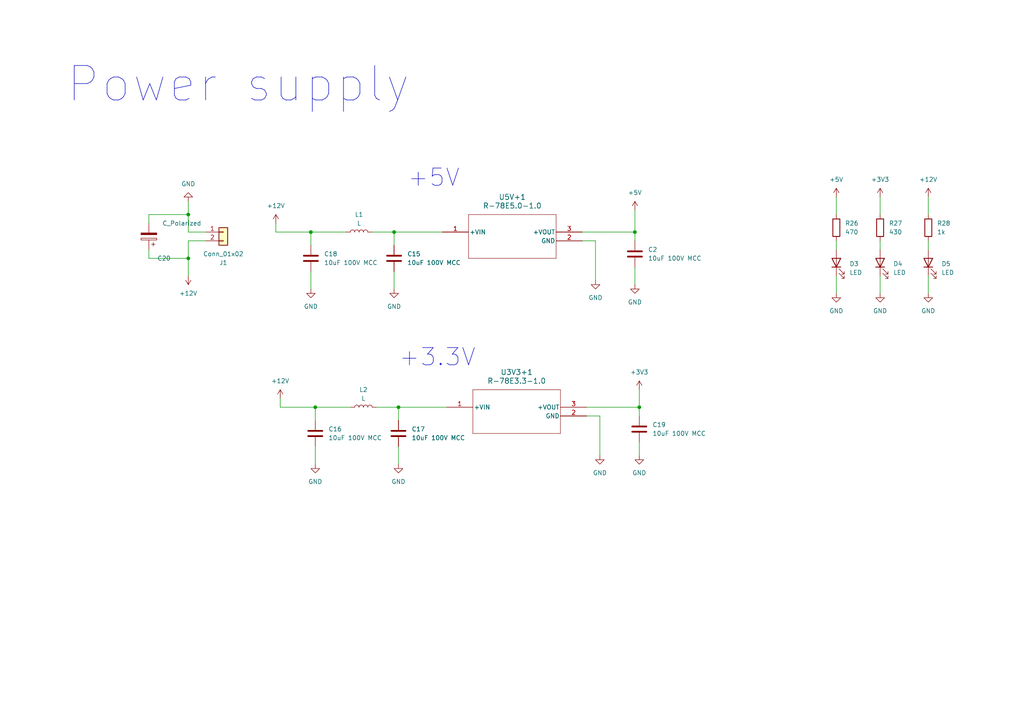
<source format=kicad_sch>
(kicad_sch (version 20230121) (generator eeschema)
  (paper "A4")
  (lib_symbols
    (symbol "2023-12-09_09-27-24:R-78E5.0-1.0" (pin_names (offset 0.254))
      (property "Reference" "U" (at 20.32 10.16 0))
      (property "Value" "R-78E5.0-1.0" (at 20.32 7.62 0))
      (symbol "R-78E5.0-1.0_0_1"
        (polyline (pts (xy 7.62 -7.62) (xy 33.02 -7.62)) (stroke (width 0.127)))
        (polyline (pts (xy 7.62 5.08) (xy 7.62 -7.62)) (stroke (width 0.127)))
        (polyline (pts (xy 33.02 -7.62) (xy 33.02 5.08)) (stroke (width 0.127)))
        (polyline (pts (xy 33.02 5.08) (xy 7.62 5.08)) (stroke (width 0.127)))
        (pin power_in line (at 0 0 0) (length 7.62) (name "+VIN") (number "1"))
        (pin power_out line (at 40.64 -2.54 180) (length 7.62) (name "GND") (number "2"))
        (pin output line (at 40.64 0 180) (length 7.62) (name "+VOUT") (number "3"))
      )
    )
    (symbol "Connector_Generic:Conn_01x02" (pin_names (offset 1.016) hide)
      (property "Reference" "J" (at 0 2.54 0))
      (property "Value" "Conn_01x02" (at 0 -5.08 0))
      (symbol "Conn_01x02_1_1"
        (rectangle (start -1.27 -2.413) (end 0 -2.667) (stroke (width 0.1524)))
        (rectangle (start -1.27 0.127) (end 0 -0.127) (stroke (width 0.1524)))
        (rectangle (start -1.27 1.27) (end 1.27 -3.81) (stroke (width 0.254)) (fill (type background)))
        (pin passive line (at -5.08 0 0) (length 3.81) (name "Pin_1") (number "1"))
        (pin passive line (at -5.08 -2.54 0) (length 3.81) (name "Pin_2") (number "2"))
      )
    )
    (symbol "Device:C" (pin_numbers hide) (pin_names (offset 0.254))
      (property "Reference" "C" (at 0.635 2.54 0))
      (property "Value" "C" (at 0.635 -2.54 0))
      (symbol "C_0_1"
        (polyline (pts (xy -2.032 -0.762) (xy 2.032 -0.762)) (stroke (width 0.508)))
        (polyline (pts (xy -2.032 0.762) (xy 2.032 0.762)) (stroke (width 0.508)))
      )
      (symbol "C_1_1"
        (pin passive line (at 0 3.81 270) (length 2.794) (name "~") (number "1"))
        (pin passive line (at 0 -3.81 90) (length 2.794) (name "~") (number "2"))
      )
    )
    (symbol "Device:C_Polarized" (pin_numbers hide) (pin_names (offset 0.254))
      (property "Reference" "C" (at 0.635 2.54 0))
      (property "Value" "C_Polarized" (at 0.635 -2.54 0))
      (symbol "C_Polarized_0_1"
        (rectangle (start -2.286 0.508) (end 2.286 1.016))
        (polyline (pts (xy -1.778 2.286) (xy -0.762 2.286)))
        (polyline (pts (xy -1.27 2.794) (xy -1.27 1.778)))
        (rectangle (start 2.286 -0.508) (end -2.286 -1.016) (fill (type outline)))
      )
      (symbol "C_Polarized_1_1"
        (pin passive line (at 0 3.81 270) (length 2.794) (name "~") (number "1"))
        (pin passive line (at 0 -3.81 90) (length 2.794) (name "~") (number "2"))
      )
    )
    (symbol "Device:L" (pin_numbers hide) (pin_names (offset 1.016) hide)
      (property "Reference" "L" (at -1.27 0 90))
      (property "Value" "L" (at 1.905 0 90))
      (symbol "L_0_1"
        (arc (start 0 -2.54) (mid 0.6323 -1.905) (end 0 -1.27))
        (arc (start 0 -1.27) (mid 0.6323 -0.635) (end 0 0))
        (arc (start 0 0) (mid 0.6323 0.635) (end 0 1.27))
        (arc (start 0 1.27) (mid 0.6323 1.905) (end 0 2.54))
      )
      (symbol "L_1_1"
        (pin passive line (at 0 3.81 270) (length 1.27) (name "1") (number "1"))
        (pin passive line (at 0 -3.81 90) (length 1.27) (name "2") (number "2"))
      )
    )
    (symbol "Device:LED" (pin_numbers hide) (pin_names (offset 1.016) hide)
      (property "Reference" "D" (at 0 2.54 0))
      (property "Value" "LED" (at 0 -2.54 0))
      (symbol "LED_0_1"
        (polyline (pts (xy -1.27 -1.27) (xy -1.27 1.27)) (stroke (width 0.254)))
        (polyline (pts (xy -1.27 0) (xy 1.27 0)))
        (polyline (pts (xy 1.27 -1.27) (xy 1.27 1.27) (xy -1.27 0) (xy 1.27 -1.27)) (stroke (width 0.254)))
        (polyline (pts (xy -3.048 -0.762) (xy -4.572 -2.286) (xy -3.81 -2.286) (xy -4.572 -2.286) (xy -4.572 -1.524)))
        (polyline (pts (xy -1.778 -0.762) (xy -3.302 -2.286) (xy -2.54 -2.286) (xy -3.302 -2.286) (xy -3.302 -1.524)))
      )
      (symbol "LED_1_1"
        (pin passive line (at -3.81 0 0) (length 2.54) (name "K") (number "1"))
        (pin passive line (at 3.81 0 180) (length 2.54) (name "A") (number "2"))
      )
    )
    (symbol "Device:R" (pin_numbers hide) (pin_names (offset 0))
      (property "Reference" "R" (at 2.032 0 90))
      (property "Value" "R" (at 0 0 90))
      (symbol "R_0_1"
        (rectangle (start -1.016 -2.54) (end 1.016 2.54) (stroke (width 0.254)))
      )
      (symbol "R_1_1"
        (pin passive line (at 0 3.81 270) (length 1.27) (name "~") (number "1"))
        (pin passive line (at 0 -3.81 90) (length 1.27) (name "~") (number "2"))
      )
    )
    (symbol "power:+12V" (power) (pin_names (offset 0))
      (property "Value" "+12V" (at 0 3.556 0))
      (symbol "+12V_0_1"
        (polyline (pts (xy -0.762 1.27) (xy 0 2.54)))
        (polyline (pts (xy 0 0) (xy 0 2.54)))
        (polyline (pts (xy 0 2.54) (xy 0.762 1.27)))
      )
      (symbol "+12V_1_1"
        (pin power_in line (at 0 0 90) (length 0) hide (name "+12V") (number "1"))
      )
    )
    (symbol "power:+3V3" (power) (pin_names (offset 0))
      (property "Value" "+3V3" (at 0 3.556 0))
      (symbol "+3V3_0_1"
        (polyline (pts (xy -0.762 1.27) (xy 0 2.54)))
        (polyline (pts (xy 0 0) (xy 0 2.54)))
        (polyline (pts (xy 0 2.54) (xy 0.762 1.27)))
      )
      (symbol "+3V3_1_1"
        (pin power_in line (at 0 0 90) (length 0) hide (name "+3V3") (number "1"))
      )
    )
    (symbol "power:+5V" (power) (pin_names (offset 0))
      (property "Value" "+5V" (at 0 3.556 0))
      (symbol "+5V_0_1"
        (polyline (pts (xy -0.762 1.27) (xy 0 2.54)))
        (polyline (pts (xy 0 0) (xy 0 2.54)))
        (polyline (pts (xy 0 2.54) (xy 0.762 1.27)))
      )
      (symbol "+5V_1_1"
        (pin power_in line (at 0 0 90) (length 0) hide (name "+5V") (number "1"))
      )
    )
    (symbol "power:GND" (power) (pin_names (offset 0))
      (property "Value" "GND" (at 0 -3.81 0))
      (symbol "GND_0_1"
        (polyline (pts (xy 0 0) (xy 0 -1.27) (xy 1.27 -1.27) (xy 0 -2.54) (xy -1.27 -1.27) (xy 0 -1.27)))
      )
      (symbol "GND_1_1"
        (pin power_in line (at 0 0 270) (length 0) hide (name "GND") (number "1"))
      )
    )
  )
  (junction (at 185.42 118.11))
  (junction (at 114.3 67.31))
  (junction (at 54.61 74.93))
  (junction (at 91.44 118.11))
  (junction (at 54.61 62.23))
  (junction (at 115.57 118.11))
  (junction (at 184.15 67.31))
  (junction (at 90.17 67.31))
  (wire (pts (xy 242.57 80.01) (xy 242.57 85.09)))
  (wire (pts (xy 269.24 80.01) (xy 269.24 85.09)))
  (wire (pts (xy 90.17 71.12) (xy 90.17 67.31)))
  (wire (pts (xy 43.18 62.23) (xy 54.61 62.23)))
  (wire (pts (xy 242.57 57.15) (xy 242.57 62.23)))
  (wire (pts (xy 255.27 80.01) (xy 255.27 85.09)))
  (wire (pts (xy 54.61 58.42) (xy 54.61 62.23)))
  (wire (pts (xy 173.99 120.65) (xy 173.99 132.08)))
  (wire (pts (xy 81.28 118.11) (xy 91.44 118.11)))
  (wire (pts (xy 114.3 67.31) (xy 114.3 71.12)))
  (wire (pts (xy 184.15 67.31) (xy 184.15 69.85)))
  (wire (pts (xy 59.69 67.31) (xy 54.61 67.31)))
  (wire (pts (xy 185.42 118.11) (xy 185.42 120.65)))
  (wire (pts (xy 59.69 69.85) (xy 54.61 69.85)))
  (wire (pts (xy 90.17 78.74) (xy 90.17 83.82)))
  (wire (pts (xy 255.27 69.85) (xy 255.27 72.39)))
  (wire (pts (xy 115.57 118.11) (xy 115.57 121.92)))
  (wire (pts (xy 269.24 57.15) (xy 269.24 62.23)))
  (wire (pts (xy 43.18 72.39) (xy 43.18 74.93)))
  (wire (pts (xy 170.18 118.11) (xy 185.42 118.11)))
  (wire (pts (xy 81.28 115.57) (xy 81.28 118.11)))
  (wire (pts (xy 107.95 67.31) (xy 114.3 67.31)))
  (wire (pts (xy 54.61 69.85) (xy 54.61 74.93)))
  (wire (pts (xy 170.18 120.65) (xy 173.99 120.65)))
  (wire (pts (xy 184.15 77.47) (xy 184.15 82.55)))
  (wire (pts (xy 114.3 78.74) (xy 114.3 83.82)))
  (wire (pts (xy 168.91 69.85) (xy 172.72 69.85)))
  (wire (pts (xy 54.61 74.93) (xy 54.61 80.01)))
  (wire (pts (xy 43.18 74.93) (xy 54.61 74.93)))
  (wire (pts (xy 269.24 69.85) (xy 269.24 72.39)))
  (wire (pts (xy 185.42 128.27) (xy 185.42 132.08)))
  (wire (pts (xy 80.01 67.31) (xy 90.17 67.31)))
  (wire (pts (xy 184.15 67.31) (xy 184.15 60.96)))
  (wire (pts (xy 54.61 62.23) (xy 54.61 67.31)))
  (wire (pts (xy 255.27 57.15) (xy 255.27 62.23)))
  (wire (pts (xy 91.44 129.54) (xy 91.44 134.62)))
  (wire (pts (xy 115.57 118.11) (xy 129.54 118.11)))
  (wire (pts (xy 109.22 118.11) (xy 115.57 118.11)))
  (wire (pts (xy 185.42 113.03) (xy 185.42 118.11)))
  (wire (pts (xy 91.44 118.11) (xy 101.6 118.11)))
  (wire (pts (xy 115.57 129.54) (xy 115.57 134.62)))
  (wire (pts (xy 168.91 67.31) (xy 184.15 67.31)))
  (wire (pts (xy 114.3 67.31) (xy 128.27 67.31)))
  (wire (pts (xy 80.01 64.77) (xy 80.01 67.31)))
  (wire (pts (xy 242.57 69.85) (xy 242.57 72.39)))
  (wire (pts (xy 91.44 121.92) (xy 91.44 118.11)))
  (wire (pts (xy 43.18 64.77) (xy 43.18 62.23)))
  (wire (pts (xy 90.17 67.31) (xy 100.33 67.31)))
  (wire (pts (xy 172.72 69.85) (xy 172.72 81.28)))
  (text "Power supply" (at 19.05 30.48 0) (effects (font (size 10 10)) (justify left bottom)))
  (text "+5V" (at 118.11 54.61 0) (effects (font (size 5 5)) (justify left bottom)))
  (text "+3.3V" (at 115.57 106.68 0) (effects (font (size 5 5)) (justify left bottom)))
  (symbol (lib_id "Device:L") (at 104.14 67.31 90) (unit 1)
    (property "Reference" "L1" (at 104.14 62.23 90))
    (property "Value" "L" (at 104.14 64.77 90))
    (property "Footprint" "footprints:IND_S-126-R_RCP" (effects hide))
  )
  (symbol (lib_id "power:GND") (at 242.57 85.09 0) (unit 1)
    (property "Reference" "#PWR0122" (effects hide))
    (property "Value" "GND" (at 242.57 90.17 0))
  )
  (symbol (lib_id "Device:LED") (at 255.27 76.2 90) (unit 1)
    (property "Reference" "D4" (at 259.08 76.5175 90) (effects (justify right)))
    (property "Value" "LED" (at 259.08 79.0575 90) (effects (justify right)))
    (property "Footprint" "Diode_SMD:D_0805_2012Metric_Pad1.15x1.40mm_HandSolder" (effects hide))
  )
  (symbol (lib_id "power:GND") (at 91.44 134.62 0) (unit 1)
    (property "Reference" "#PWR0110" (effects hide))
    (property "Value" "GND" (at 91.44 139.7 0))
  )
  (symbol (lib_id "Device:LED") (at 269.24 76.2 90) (unit 1)
    (property "Reference" "D5" (at 273.05 76.5175 90) (effects (justify right)))
    (property "Value" "LED" (at 273.05 79.0575 90) (effects (justify right)))
    (property "Footprint" "Diode_SMD:D_0805_2012Metric_Pad1.15x1.40mm_HandSolder" (effects hide))
  )
  (symbol (lib_id "power:+12V") (at 269.24 57.15 0) (unit 1)
    (property "Reference" "#PWR0127" (effects hide))
    (property "Value" "+12V" (at 269.24 52.07 0))
  )
  (symbol (lib_id "power:GND") (at 54.61 58.42 180) (unit 1)
    (property "Reference" "#PWR0104" (effects hide))
    (property "Value" "GND" (at 54.61 53.34 0))
  )
  (symbol (lib_id "power:+5V") (at 242.57 57.15 0) (unit 1)
    (property "Reference" "#PWR0125" (effects hide))
    (property "Value" "+5V" (at 242.57 52.07 0))
  )
  (symbol (lib_id "power:+12V") (at 81.28 115.57 0) (unit 1)
    (property "Reference" "#PWR0109" (effects hide))
    (property "Value" "+12V" (at 81.28 110.49 0))
  )
  (symbol (lib_id "Device:R") (at 242.57 66.04 0) (unit 1)
    (property "Reference" "R26" (at 245.11 64.77 0) (effects (justify left)))
    (property "Value" "470" (at 245.11 67.31 0) (effects (justify left)))
    (property "Footprint" "Resistor_SMD:R_0603_1608Metric_Pad0.98x0.95mm_HandSolder" (effects hide))
  )
  (symbol (lib_id "power:GND") (at 269.24 85.09 0) (unit 1)
    (property "Reference" "#PWR0124" (effects hide))
    (property "Value" "GND" (at 269.24 90.17 0))
  )
  (symbol (lib_id "Connector_Generic:Conn_01x02") (at 64.77 67.31 0) (unit 1)
    (property "Reference" "J1" (at 64.77 76.2 0))
    (property "Value" "Conn_01x02" (at 64.77 73.66 0))
    (property "Footprint" "TerminalBlock_MetzConnect:TerminalBlock_MetzConnect_Type011_RT05502HBWC_1x02_P5.00mm_Horizontal" (effects hide))
  )
  (symbol (lib_id "Device:R") (at 269.24 66.04 0) (unit 1)
    (property "Reference" "R28" (at 271.78 64.77 0) (effects (justify left)))
    (property "Value" "1k" (at 271.78 67.31 0) (effects (justify left)))
    (property "Footprint" "Resistor_SMD:R_0603_1608Metric_Pad0.98x0.95mm_HandSolder" (effects hide))
  )
  (symbol (lib_id "power:GND") (at 173.99 132.08 0) (unit 1)
    (property "Reference" "#PWR0113" (effects hide))
    (property "Value" "GND" (at 173.99 137.16 0))
  )
  (symbol (lib_id "power:GND") (at 115.57 134.62 0) (unit 1)
    (property "Reference" "#PWR0111" (effects hide))
    (property "Value" "GND" (at 115.57 139.7 0))
  )
  (symbol (lib_id "Device:LED") (at 242.57 76.2 90) (unit 1)
    (property "Reference" "D3" (at 246.38 76.5175 90) (effects (justify right)))
    (property "Value" "LED" (at 246.38 79.0575 90) (effects (justify right)))
    (property "Footprint" "Diode_SMD:D_0805_2012Metric_Pad1.15x1.40mm_HandSolder" (effects hide))
  )
  (symbol (lib_id "Device:C") (at 90.17 74.93 0) (unit 1)
    (property "Reference" "C18" (at 93.98 73.66 0) (effects (justify left)))
    (property "Value" "10uF 100V MCC" (at 93.98 76.2 0) (effects (justify left)))
    (property "Footprint" "Inductor_SMD:L_1210_3225Metric_Pad1.42x2.65mm_HandSolder" (effects hide))
  )
  (symbol (lib_id "Device:C") (at 114.3 74.93 0) (unit 1)
    (property "Reference" "C15" (at 118.11 73.66 0) (effects (justify left)))
    (property "Value" "10uF 100V MCC" (at 118.11 76.2 0) (effects (justify left)))
    (property "Footprint" "Inductor_SMD:L_1210_3225Metric_Pad1.42x2.65mm_HandSolder" (effects hide))
  )
  (symbol (lib_id "power:GND") (at 114.3 83.82 0) (unit 1)
    (property "Reference" "#PWR0107" (effects hide))
    (property "Value" "GND" (at 114.3 88.9 0))
  )
  (symbol (lib_id "Device:C") (at 185.42 124.46 0) (unit 1)
    (property "Reference" "C19" (at 189.23 123.19 0) (effects (justify left)))
    (property "Value" "10uF 100V MCC" (at 189.23 125.73 0) (effects (justify left)))
    (property "Footprint" "Inductor_SMD:L_1210_3225Metric_Pad1.42x2.65mm_HandSolder" (effects hide))
  )
  (symbol (lib_id "power:GND") (at 185.42 132.08 0) (unit 1)
    (property "Reference" "#PWR0117" (effects hide))
    (property "Value" "GND" (at 185.42 137.16 0))
  )
  (symbol (lib_id "Device:L") (at 105.41 118.11 90) (unit 1)
    (property "Reference" "L2" (at 105.41 113.03 90))
    (property "Value" "L" (at 105.41 115.57 90))
    (property "Footprint" "footprints:IND_S-126-R_RCP" (effects hide))
  )
  (symbol (lib_id "power:+12V") (at 54.61 80.01 180) (unit 1)
    (property "Reference" "#PWR083" (effects hide))
    (property "Value" "+12V" (at 54.61 85.09 0))
  )
  (symbol (lib_id "Device:C") (at 115.57 125.73 0) (unit 1)
    (property "Reference" "C17" (at 119.38 124.46 0) (effects (justify left)))
    (property "Value" "10uF 100V MCC" (at 119.38 127 0) (effects (justify left)))
    (property "Footprint" "Inductor_SMD:L_1210_3225Metric_Pad1.42x2.65mm_HandSolder" (effects hide))
  )
  (symbol (lib_id "power:+3V3") (at 255.27 57.15 0) (unit 1)
    (property "Reference" "#PWR0126" (effects hide))
    (property "Value" "+3V3" (at 255.27 52.07 0))
  )
  (symbol (lib_id "Device:C") (at 184.15 73.66 0) (unit 1)
    (property "Reference" "C2" (at 187.96 72.39 0) (effects (justify left)))
    (property "Value" "10uF 100V MCC" (at 187.96 74.93 0) (effects (justify left)))
    (property "Footprint" "Inductor_SMD:L_1210_3225Metric_Pad1.42x2.65mm_HandSolder" (effects hide))
  )
  (symbol (lib_id "2023-12-09_09-27-24:R-78E5.0-1.0") (at 129.54 118.11 0) (unit 1)
    (property "Reference" "U3V3+1" (at 149.86 107.95 0) (effects (font (size 1.524 1.524))))
    (property "Value" "R-78E3.3-1.0" (at 149.86 110.49 0) (effects (font (size 1.524 1.524))))
    (property "Footprint" "Package_SIP:SIP3_11.6x8.5mm" (effects hide))
    (property "Datasheet" "R-78E5.0-1.0" (effects hide))
  )
  (symbol (lib_id "power:GND") (at 172.72 81.28 0) (unit 1)
    (property "Reference" "#PWR0112" (effects hide))
    (property "Value" "GND" (at 172.72 86.36 0))
  )
  (symbol (lib_id "Device:C") (at 91.44 125.73 0) (unit 1)
    (property "Reference" "C16" (at 95.25 124.46 0) (effects (justify left)))
    (property "Value" "10uF 100V MCC" (at 95.25 127 0) (effects (justify left)))
    (property "Footprint" "Inductor_SMD:L_1210_3225Metric_Pad1.42x2.65mm_HandSolder" (effects hide))
  )
  (symbol (lib_id "power:+12V") (at 80.01 64.77 0) (unit 1)
    (property "Reference" "#PWR0108" (effects hide))
    (property "Value" "+12V" (at 80.01 59.69 0))
  )
  (symbol (lib_id "power:+5V") (at 184.15 60.96 0) (unit 1)
    (property "Reference" "#PWR0115" (effects hide))
    (property "Value" "+5V" (at 184.15 55.88 0))
  )
  (symbol (lib_id "power:GND") (at 255.27 85.09 0) (unit 1)
    (property "Reference" "#PWR0123" (effects hide))
    (property "Value" "GND" (at 255.27 90.17 0))
  )
  (symbol (lib_id "power:+3V3") (at 185.42 113.03 0) (unit 1)
    (property "Reference" "#PWR0114" (effects hide))
    (property "Value" "+3V3" (at 185.42 107.95 0))
  )
  (symbol (lib_id "2023-12-09_09-27-24:R-78E5.0-1.0") (at 128.27 67.31 0) (unit 1)
    (property "Reference" "U5V+1" (at 148.59 57.15 0) (effects (font (size 1.524 1.524))))
    (property "Value" "R-78E5.0-1.0" (at 148.59 59.69 0) (effects (font (size 1.524 1.524))))
    (property "Footprint" "Package_SIP:SIP3_11.6x8.5mm" (effects hide))
    (property "Datasheet" "R-78E5.0-1.0" (effects hide))
  )
  (symbol (lib_id "Device:C_Polarized") (at 43.18 68.58 180) (unit 1)
    (property "Reference" "C20" (at 49.53 74.93 0) (effects (justify left)))
    (property "Value" "C_Polarized" (at 58.42 64.77 0) (effects (justify left)))
    (property "Footprint" "Capacitor_SMD:CP_Elec_8x10" (effects hide))
  )
  (symbol (lib_id "power:GND") (at 90.17 83.82 0) (unit 1)
    (property "Reference" "#PWR0105" (effects hide))
    (property "Value" "GND" (at 90.17 88.9 0))
  )
  (symbol (lib_id "power:GND") (at 184.15 82.55 0) (unit 1)
    (property "Reference" "#PWR0116" (effects hide))
    (property "Value" "GND" (at 184.15 87.63 0))
  )
  (symbol (lib_id "Device:R") (at 255.27 66.04 0) (unit 1)
    (property "Reference" "R27" (at 257.81 64.77 0) (effects (justify left)))
    (property "Value" "430" (at 257.81 67.31 0) (effects (justify left)))
    (property "Footprint" "Resistor_SMD:R_0603_1608Metric_Pad0.98x0.95mm_HandSolder" (effects hide))
  )
)
</source>
